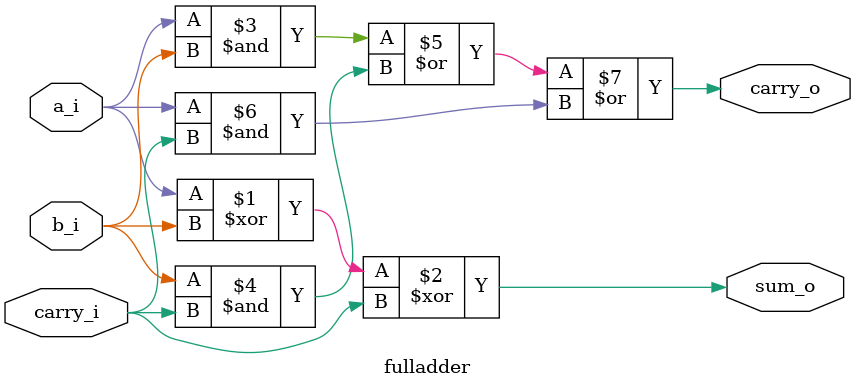
<source format=sv>
module fulladder (
    input  logic a_i,
    input  logic b_i,
    input  logic carry_i,
    output logic sum_o,
    output logic carry_o
);
    assign sum_o = a_i ^ b_i ^ carry_i;
    assign carry_o = (a_i & b_i) | (b_i & carry_i) | (a_i & carry_i);
endmodule
</source>
